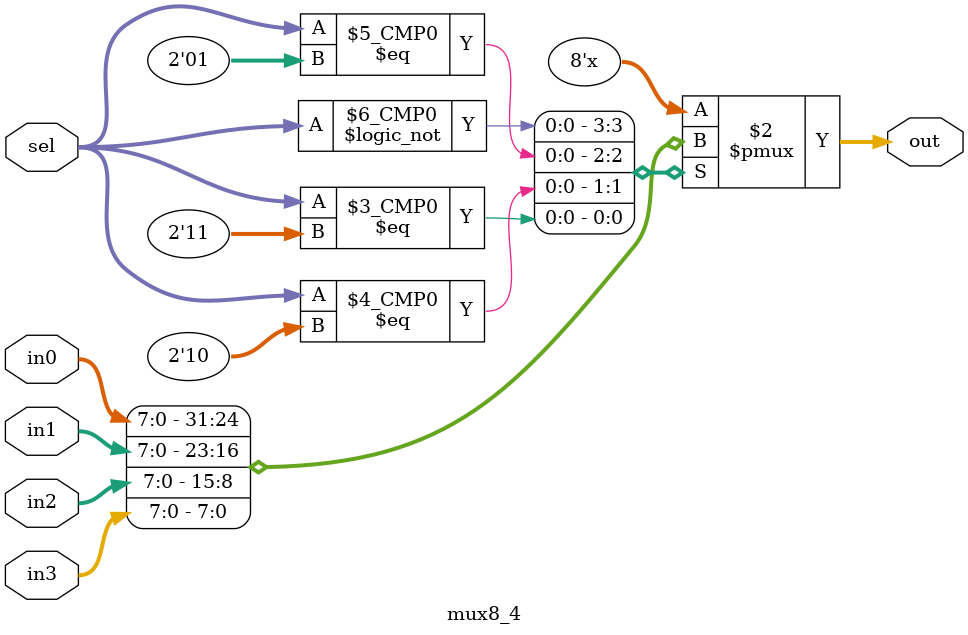
<source format=v>
module mux8_4(
	input [7:0] in0,
	input [7:0] in1,
	input [7:0] in2,
	input [7:0] in3,
	input [1:0] sel,
	output reg [7:0] out
);

always @(in0,in1,in2,in3,sel)
begin
	case(sel)
		2'b00: out <= in0;
		2'b01: out <= in1;
		2'b10: out <= in2;
		2'b11: out <= in3;
	endcase
end

endmodule

</source>
